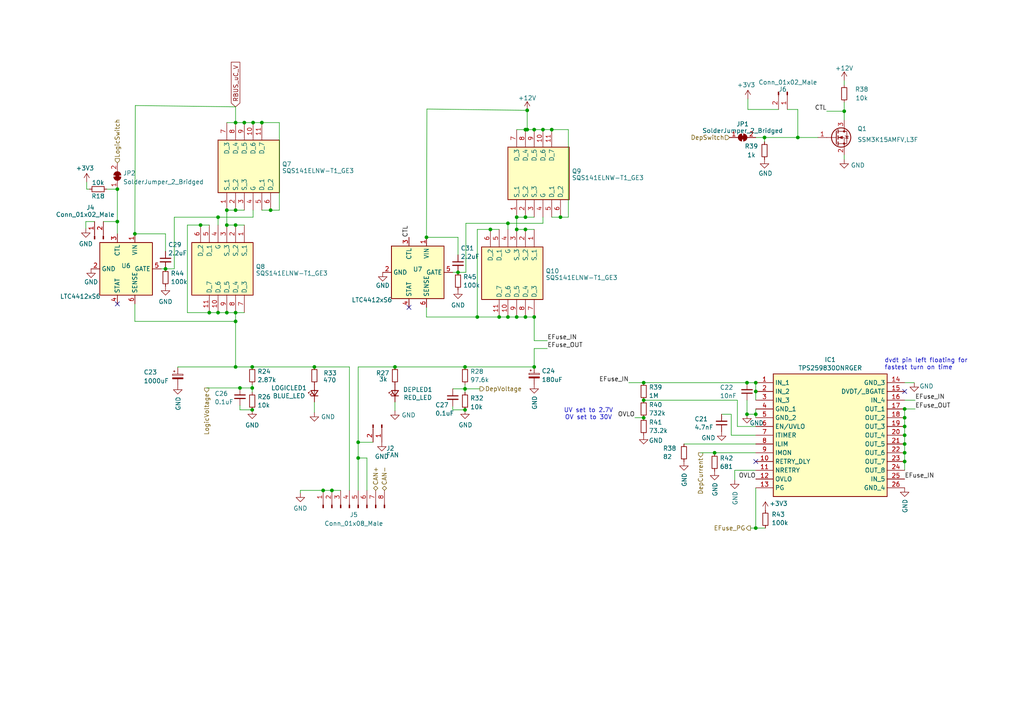
<source format=kicad_sch>
(kicad_sch (version 20231120) (generator "eeschema") (generator_version "8.0")
  (paper "A4")
  (lib_symbols
    (symbol "+3V3_1" (power) (pin_numbers hide) (pin_names (offset 0) hide)
      (property "Value" "+3V3" (at 0 3.556 0))
      (symbol "+3V3_1_0_1"
        (polyline (pts (xy -0.762 1.27) (xy 0 2.54)))
        (polyline (pts (xy 0 0) (xy 0 2.54)))
        (polyline (pts (xy 0 2.54) (xy 0.762 1.27)))
      )
      (symbol "+3V3_1_1_1"
        (pin power_in line (at 0 0 90) (length 0) (name "~") (number "1"))
      )
    )
    (symbol "Connector:Conn_01x02_Male" (pin_names (offset 1.016) hide)
      (property "Reference" "J" (at 0 2.54 0))
      (property "Value" "Conn_01x02_Male" (at 0 -5.08 0))
      (symbol "Conn_01x02_Male_1_1"
        (polyline (pts (xy 1.27 -2.54) (xy 0.8636 -2.54)) (stroke (width 0.1524)))
        (polyline (pts (xy 1.27 0) (xy 0.8636 0)) (stroke (width 0.1524)))
        (rectangle (start 0.8636 -2.413) (end 0 -2.667) (stroke (width 0.1524)) (fill (type outline)))
        (rectangle (start 0.8636 0.127) (end 0 -0.127) (stroke (width 0.1524)) (fill (type outline)))
        (pin passive line (at 5.08 0 180) (length 3.81) (name "Pin_1") (number "1"))
        (pin passive line (at 5.08 -2.54 180) (length 3.81) (name "Pin_2") (number "2"))
      )
    )
    (symbol "Connector:Conn_01x02_Pin" (pin_names (offset 1.016) hide)
      (property "Reference" "J" (at 0 2.54 0))
      (property "Value" "Conn_01x02_Pin" (at 0 -5.08 0))
      (symbol "Conn_01x02_Pin_1_1"
        (polyline (pts (xy 1.27 -2.54) (xy 0.8636 -2.54)) (stroke (width 0.1524)))
        (polyline (pts (xy 1.27 0) (xy 0.8636 0)) (stroke (width 0.1524)))
        (rectangle (start 0.8636 -2.413) (end 0 -2.667) (stroke (width 0.1524)) (fill (type outline)))
        (rectangle (start 0.8636 0.127) (end 0 -0.127) (stroke (width 0.1524)) (fill (type outline)))
        (pin passive line (at 5.08 0 180) (length 3.81) (name "Pin_1") (number "1"))
        (pin passive line (at 5.08 -2.54 180) (length 3.81) (name "Pin_2") (number "2"))
      )
    )
    (symbol "Connector:Conn_01x08_Male" (pin_names (offset 1.016) hide)
      (property "Reference" "J" (at 0 10.16 0))
      (property "Value" "Conn_01x08_Male" (at 0 -12.7 0))
      (symbol "Conn_01x08_Male_1_1"
        (polyline (pts (xy 1.27 -10.16) (xy 0.8636 -10.16)) (stroke (width 0.1524)))
        (polyline (pts (xy 1.27 -7.62) (xy 0.8636 -7.62)) (stroke (width 0.1524)))
        (polyline (pts (xy 1.27 -5.08) (xy 0.8636 -5.08)) (stroke (width 0.1524)))
        (polyline (pts (xy 1.27 -2.54) (xy 0.8636 -2.54)) (stroke (width 0.1524)))
        (polyline (pts (xy 1.27 0) (xy 0.8636 0)) (stroke (width 0.1524)))
        (polyline (pts (xy 1.27 2.54) (xy 0.8636 2.54)) (stroke (width 0.1524)))
        (polyline (pts (xy 1.27 5.08) (xy 0.8636 5.08)) (stroke (width 0.1524)))
        (polyline (pts (xy 1.27 7.62) (xy 0.8636 7.62)) (stroke (width 0.1524)))
        (rectangle (start 0.8636 -10.033) (end 0 -10.287) (stroke (width 0.1524)) (fill (type outline)))
        (rectangle (start 0.8636 -7.493) (end 0 -7.747) (stroke (width 0.1524)) (fill (type outline)))
        (rectangle (start 0.8636 -4.953) (end 0 -5.207) (stroke (width 0.1524)) (fill (type outline)))
        (rectangle (start 0.8636 -2.413) (end 0 -2.667) (stroke (width 0.1524)) (fill (type outline)))
        (rectangle (start 0.8636 0.127) (end 0 -0.127) (stroke (width 0.1524)) (fill (type outline)))
        (rectangle (start 0.8636 2.667) (end 0 2.413) (stroke (width 0.1524)) (fill (type outline)))
        (rectangle (start 0.8636 5.207) (end 0 4.953) (stroke (width 0.1524)) (fill (type outline)))
        (rectangle (start 0.8636 7.747) (end 0 7.493) (stroke (width 0.1524)) (fill (type outline)))
        (pin passive line (at 5.08 7.62 180) (length 3.81) (name "Pin_1") (number "1"))
        (pin passive line (at 5.08 5.08 180) (length 3.81) (name "Pin_2") (number "2"))
        (pin passive line (at 5.08 2.54 180) (length 3.81) (name "Pin_3") (number "3"))
        (pin passive line (at 5.08 0 180) (length 3.81) (name "Pin_4") (number "4"))
        (pin passive line (at 5.08 -2.54 180) (length 3.81) (name "Pin_5") (number "5"))
        (pin passive line (at 5.08 -5.08 180) (length 3.81) (name "Pin_6") (number "6"))
        (pin passive line (at 5.08 -7.62 180) (length 3.81) (name "Pin_7") (number "7"))
        (pin passive line (at 5.08 -10.16 180) (length 3.81) (name "Pin_8") (number "8"))
      )
    )
    (symbol "Device:C_Polarized_Small" (pin_numbers hide) (pin_names (offset 0.254) hide)
      (property "Reference" "C" (at 0.254 1.778 0))
      (property "Value" "C_Polarized_Small" (at 0.254 -2.032 0))
      (symbol "C_Polarized_Small_0_1"
        (rectangle (start -1.524 -0.3048) (end 1.524 -0.6858) (fill (type outline)))
        (rectangle (start -1.524 0.6858) (end 1.524 0.3048))
        (polyline (pts (xy -1.27 1.524) (xy -0.762 1.524)))
        (polyline (pts (xy -1.016 1.27) (xy -1.016 1.778)))
      )
      (symbol "C_Polarized_Small_1_1"
        (pin passive line (at 0 2.54 270) (length 1.8542) (name "~") (number "1"))
        (pin passive line (at 0 -2.54 90) (length 1.8542) (name "~") (number "2"))
      )
    )
    (symbol "Device:C_Small" (pin_numbers hide) (pin_names (offset 0.254) hide)
      (property "Reference" "C" (at 0.254 1.778 0))
      (property "Value" "C_Small" (at 0.254 -2.032 0))
      (symbol "C_Small_0_1"
        (polyline (pts (xy -1.524 -0.508) (xy 1.524 -0.508)) (stroke (width 0.3302)))
        (polyline (pts (xy -1.524 0.508) (xy 1.524 0.508)) (stroke (width 0.3048)))
      )
      (symbol "C_Small_1_1"
        (pin passive line (at 0 2.54 270) (length 2.032) (name "~") (number "1"))
        (pin passive line (at 0 -2.54 90) (length 2.032) (name "~") (number "2"))
      )
    )
    (symbol "Device:LED_Small" (pin_numbers hide) (pin_names (offset 0.254) hide)
      (property "Reference" "D" (at -1.27 3.175 0))
      (property "Value" "LED_Small" (at -4.445 -2.54 0))
      (symbol "LED_Small_0_1"
        (polyline (pts (xy -0.762 -1.016) (xy -0.762 1.016)) (stroke (width 0.254)))
        (polyline (pts (xy 1.016 0) (xy -0.762 0)))
        (polyline (pts (xy 0.762 -1.016) (xy -0.762 0) (xy 0.762 1.016) (xy 0.762 -1.016)) (stroke (width 0.254)))
        (polyline (pts (xy 0 0.762) (xy -0.508 1.27) (xy -0.254 1.27) (xy -0.508 1.27) (xy -0.508 1.016)))
        (polyline (pts (xy 0.508 1.27) (xy 0 1.778) (xy 0.254 1.778) (xy 0 1.778) (xy 0 1.524)))
      )
      (symbol "LED_Small_1_1"
        (pin passive line (at -2.54 0 0) (length 1.778) (name "K") (number "1"))
        (pin passive line (at 2.54 0 180) (length 1.778) (name "A") (number "2"))
      )
    )
    (symbol "Device:Q_NMOS_GSD" (pin_names (offset 0) hide)
      (property "Reference" "Q" (at 5.08 1.27 0))
      (property "Value" "Q_NMOS_GSD" (at 5.08 -1.27 0))
      (symbol "Q_NMOS_GSD_0_1"
        (polyline (pts (xy 0.254 0) (xy -2.54 0)))
        (polyline (pts (xy 0.254 1.905) (xy 0.254 -1.905)) (stroke (width 0.254)))
        (polyline (pts (xy 0.762 -1.27) (xy 0.762 -2.286)) (stroke (width 0.254)))
        (polyline (pts (xy 0.762 0.508) (xy 0.762 -0.508)) (stroke (width 0.254)))
        (polyline (pts (xy 0.762 2.286) (xy 0.762 1.27)) (stroke (width 0.254)))
        (polyline (pts (xy 2.54 2.54) (xy 2.54 1.778)))
        (polyline (pts (xy 2.54 -2.54) (xy 2.54 0) (xy 0.762 0)))
        (polyline (pts (xy 0.762 -1.778) (xy 3.302 -1.778) (xy 3.302 1.778) (xy 0.762 1.778)))
        (polyline (pts (xy 1.016 0) (xy 2.032 0.381) (xy 2.032 -0.381) (xy 1.016 0)) (fill (type outline)))
        (polyline (pts (xy 2.794 0.508) (xy 2.921 0.381) (xy 3.683 0.381) (xy 3.81 0.254)))
        (polyline (pts (xy 3.302 0.381) (xy 2.921 -0.254) (xy 3.683 -0.254) (xy 3.302 0.381)))
        (circle (center 1.651 0) (radius 2.794) (stroke (width 0.254)))
        (circle (center 2.54 -1.778) (radius 0.254) (fill (type outline)))
        (circle (center 2.54 1.778) (radius 0.254) (fill (type outline)))
      )
      (symbol "Q_NMOS_GSD_1_1"
        (pin input line (at -5.08 0 0) (length 2.54) (name "G") (number "1"))
        (pin passive line (at 2.54 -5.08 90) (length 2.54) (name "S") (number "2"))
        (pin passive line (at 2.54 5.08 270) (length 2.54) (name "D") (number "3"))
      )
    )
    (symbol "Device:R_Small" (pin_numbers hide) (pin_names (offset 0.254) hide)
      (property "Reference" "R" (at 0.762 0.508 0))
      (property "Value" "R_Small" (at 0.762 -1.016 0))
      (symbol "R_Small_0_1"
        (rectangle (start -0.762 1.778) (end 0.762 -1.778) (stroke (width 0.2032)))
      )
      (symbol "R_Small_1_1"
        (pin passive line (at 0 2.54 270) (length 0.762) (name "~") (number "1"))
        (pin passive line (at 0 -2.54 90) (length 0.762) (name "~") (number "2"))
      )
    )
    (symbol "GND_1" (power) (pin_names (offset 0))
      (property "Value" "GND_1" (at 0 -3.81 0))
      (symbol "GND_1_0_1"
        (polyline (pts (xy 0 0) (xy 0 -1.27) (xy 1.27 -1.27) (xy 0 -2.54) (xy -1.27 -1.27) (xy 0 -1.27)))
      )
      (symbol "GND_1_1_1"
        (pin power_in line (at 0 0 270) (length 0) hide (name "GND") (number "1"))
      )
    )
    (symbol "Jumper:SolderJumper_2_Bridged" (pin_names (offset 0) hide)
      (property "Reference" "JP" (at 0 2.032 0))
      (property "Value" "SolderJumper_2_Bridged" (at 0 -2.54 0))
      (symbol "SolderJumper_2_Bridged_0_1"
        (rectangle (start -0.508 0.508) (end 0.508 -0.508) (fill (type outline)))
        (arc (start -0.254 1.016) (mid -1.2656 0) (end -0.254 -1.016))
        (arc (start -0.254 1.016) (mid -1.2656 0) (end -0.254 -1.016) (fill (type outline)))
        (polyline (pts (xy -0.254 1.016) (xy -0.254 -1.016)))
        (polyline (pts (xy 0.254 1.016) (xy 0.254 -1.016)))
        (arc (start 0.254 -1.016) (mid 1.2656 0) (end 0.254 1.016))
        (arc (start 0.254 -1.016) (mid 1.2656 0) (end 0.254 1.016) (fill (type outline)))
      )
      (symbol "SolderJumper_2_Bridged_1_1"
        (pin passive line (at -3.81 0 0) (length 2.54) (name "A") (number "1"))
        (pin passive line (at 3.81 0 180) (length 2.54) (name "B") (number "2"))
      )
    )
    (symbol "Power_Management:LTC4412xS6"
      (property "Reference" "U" (at -6.35 8.89 0))
      (property "Value" "LTC4412xS6" (at 6.35 8.89 0))
      (symbol "LTC4412xS6_0_1"
        (rectangle (start -7.62 7.62) (end 7.62 -7.62) (stroke (width 0.254)) (fill (type background)))
      )
      (symbol "LTC4412xS6_1_1"
        (pin power_in line (at -10.16 2.54 0) (length 2.54) (name "VIN") (number "1"))
        (pin power_in line (at 0 -10.16 90) (length 2.54) (name "GND") (number "2"))
        (pin input line (at -10.16 -2.54 0) (length 2.54) (name "CTL") (number "3"))
        (pin open_collector line (at 10.16 -2.54 180) (length 2.54) (name "STAT") (number "4"))
        (pin output line (at 0 10.16 270) (length 2.54) (name "GATE") (number "5"))
        (pin input line (at 10.16 2.54 180) (length 2.54) (name "SENSE") (number "6"))
      )
    )
    (symbol "iclr:SQS141ELNW-T1_GE3"
      (property "Reference" "Q" (at 21.59 7.62 0))
      (property "Value" "SQS141ELNW-T1_GE3" (at 21.59 5.08 0))
      (symbol "SQS141ELNW-T1_GE3_1_1"
        (rectangle (start 5.08 2.54) (end 20.32 -15.24) (stroke (width 0.254)) (fill (type background)))
        (pin passive line (at 0 0 0) (length 5.08) (name "S_1") (number "1"))
        (pin passive line (at 25.4 -7.62 180) (length 5.08) (name "D_6") (number "10"))
        (pin passive line (at 25.4 -10.16 180) (length 5.08) (name "D_7") (number "11"))
        (pin passive line (at 0 -2.54 0) (length 5.08) (name "S_2") (number "2"))
        (pin passive line (at 0 -5.08 0) (length 5.08) (name "S_3") (number "3"))
        (pin passive line (at 0 -7.62 0) (length 5.08) (name "G") (number "4"))
        (pin passive line (at 0 -10.16 0) (length 5.08) (name "D_1") (number "5"))
        (pin passive line (at 0 -12.7 0) (length 5.08) (name "D_2") (number "6"))
        (pin passive line (at 25.4 0 180) (length 5.08) (name "D_3") (number "7"))
        (pin passive line (at 25.4 -2.54 180) (length 5.08) (name "D_4") (number "8"))
        (pin passive line (at 25.4 -5.08 180) (length 5.08) (name "D_5") (number "9"))
      )
    )
    (symbol "iclr:TPS259830ONRGER"
      (property "Reference" "IC" (at 39.37 7.62 0))
      (property "Value" "TPS259830ONRGER" (at 39.37 5.08 0))
      (symbol "TPS259830ONRGER_1_1"
        (rectangle (start 5.08 2.54) (end 38.1 -33.02) (stroke (width 0.254)) (fill (type background)))
        (pin passive line (at 0 0 0) (length 5.08) (name "IN_1") (number "1"))
        (pin passive line (at 0 -22.86 0) (length 5.08) (name "RETRY_DLY") (number "10"))
        (pin passive line (at 0 -25.4 0) (length 5.08) (name "NRETRY") (number "11"))
        (pin passive line (at 0 -27.94 0) (length 5.08) (name "OVLO") (number "12"))
        (pin passive line (at 0 -30.48 0) (length 5.08) (name "PG") (number "13"))
        (pin passive line (at 43.18 0 180) (length 5.08) (name "GND_3") (number "14"))
        (pin passive line (at 43.18 -2.54 180) (length 5.08) (name "DVDT/_BGATE") (number "15"))
        (pin passive line (at 43.18 -5.08 180) (length 5.08) (name "IN_4") (number "16"))
        (pin passive line (at 43.18 -7.62 180) (length 5.08) (name "OUT_1") (number "17"))
        (pin passive line (at 43.18 -10.16 180) (length 5.08) (name "OUT_2") (number "18"))
        (pin passive line (at 43.18 -12.7 180) (length 5.08) (name "OUT_3") (number "19"))
        (pin passive line (at 0 -2.54 0) (length 5.08) (name "IN_2") (number "2"))
        (pin passive line (at 43.18 -15.24 180) (length 5.08) (name "OUT_4") (number "20"))
        (pin passive line (at 43.18 -17.78 180) (length 5.08) (name "OUT_5") (number "21"))
        (pin passive line (at 43.18 -20.32 180) (length 5.08) (name "OUT_6") (number "22"))
        (pin passive line (at 43.18 -22.86 180) (length 5.08) (name "OUT_7") (number "23"))
        (pin passive line (at 43.18 -25.4 180) (length 5.08) (name "OUT_8") (number "24"))
        (pin passive line (at 43.18 -27.94 180) (length 5.08) (name "IN_5") (number "25"))
        (pin passive line (at 43.18 -30.48 180) (length 5.08) (name "GND_4") (number "26"))
        (pin passive line (at 0 -5.08 0) (length 5.08) (name "IN_3") (number "3"))
        (pin passive line (at 0 -7.62 0) (length 5.08) (name "GND_1") (number "4"))
        (pin passive line (at 0 -10.16 0) (length 5.08) (name "GND_2") (number "5"))
        (pin passive line (at 0 -12.7 0) (length 5.08) (name "EN/UVLO") (number "6"))
        (pin passive line (at 0 -15.24 0) (length 5.08) (name "ITIMER") (number "7"))
        (pin passive line (at 0 -17.78 0) (length 5.08) (name "ILIM") (number "8"))
        (pin passive line (at 0 -20.32 0) (length 5.08) (name "IMON") (number "9"))
      )
    )
    (symbol "power:+12V" (power) (pin_names (offset 0))
      (property "Value" "+12V" (at 0 3.556 0))
      (symbol "+12V_0_1"
        (polyline (pts (xy -0.762 1.27) (xy 0 2.54)))
        (polyline (pts (xy 0 0) (xy 0 2.54)))
        (polyline (pts (xy 0 2.54) (xy 0.762 1.27)))
      )
      (symbol "+12V_1_1"
        (pin power_in line (at 0 0 90) (length 0) hide (name "+12V") (number "1"))
      )
    )
    (symbol "power:+3V3" (power) (pin_names (offset 0))
      (property "Value" "+3V3" (at 0 3.556 0))
      (symbol "+3V3_0_1"
        (polyline (pts (xy -0.762 1.27) (xy 0 2.54)))
        (polyline (pts (xy 0 0) (xy 0 2.54)))
        (polyline (pts (xy 0 2.54) (xy 0.762 1.27)))
      )
      (symbol "+3V3_1_1"
        (pin power_in line (at 0 0 90) (length 0) hide (name "+3V3") (number "1"))
      )
    )
    (symbol "power:GND" (power) (pin_names (offset 0))
      (property "Value" "GND" (at 0 -3.81 0))
      (symbol "GND_0_1"
        (polyline (pts (xy 0 0) (xy 0 -1.27) (xy 1.27 -1.27) (xy 0 -2.54) (xy -1.27 -1.27) (xy 0 -1.27)))
      )
      (symbol "GND_1_1"
        (pin power_in line (at 0 0 270) (length 0) hide (name "GND") (number "1"))
      )
    )
  )
  (junction (at 152.4 91.948))
  (junction (at 216.662 120.142))
  (junction (at 65.786 65.278))
  (junction (at 149.86 91.948))
  (junction (at 103.886 128.27))
  (junction (at 262.382 121.158))
  (junction (at 186.69 121.158))
  (junction (at 68.326 90.678))
  (junction (at 69.596 112.522))
  (junction (at 114.554 106.426))
  (junction (at 68.326 65.278))
  (junction (at 157.48 37.592))
  (junction (at 39.116 67.818))
  (junction (at 68.326 35.56))
  (junction (at 63.246 62.992))
  (junction (at 58.166 65.278))
  (junction (at 262.382 118.618))
  (junction (at 103.886 132.842))
  (junction (at 123.698 68.834))
  (junction (at 48.006 77.978))
  (junction (at 152.4 37.592))
  (junction (at 262.382 126.238))
  (junction (at 152.908 32.004))
  (junction (at 154.94 106.426))
  (junction (at 73.152 112.522))
  (junction (at 34.036 64.262))
  (junction (at 63.246 90.678))
  (junction (at 262.382 128.778))
  (junction (at 262.382 131.318))
  (junction (at 262.382 123.698))
  (junction (at 147.32 91.948))
  (junction (at 142.24 66.548))
  (junction (at 60.706 90.678))
  (junction (at 134.874 106.426))
  (junction (at 65.786 60.96))
  (junction (at 216.662 110.998))
  (junction (at 144.78 91.948))
  (junction (at 231.394 39.878))
  (junction (at 244.856 32.258))
  (junction (at 160.02 37.592))
  (junction (at 34.036 54.864))
  (junction (at 219.202 113.538))
  (junction (at 70.866 35.56))
  (junction (at 152.4 62.992))
  (junction (at 219.202 110.998))
  (junction (at 221.742 39.878))
  (junction (at 134.874 112.776))
  (junction (at 134.874 118.872))
  (junction (at 219.202 120.142))
  (junction (at 152.4 66.548))
  (junction (at 73.406 35.56))
  (junction (at 68.326 106.426))
  (junction (at 147.32 64.77))
  (junction (at 186.69 110.998))
  (junction (at 152.908 37.592))
  (junction (at 149.86 62.992))
  (junction (at 93.726 142.24))
  (junction (at 138.43 91.948))
  (junction (at 132.842 78.994))
  (junction (at 154.94 91.948))
  (junction (at 162.56 62.992))
  (junction (at 65.786 90.678))
  (junction (at 68.326 93.218))
  (junction (at 96.266 142.24))
  (junction (at 75.946 35.56))
  (junction (at 207.264 131.318))
  (junction (at 219.202 153.162))
  (junction (at 73.152 106.426))
  (junction (at 91.186 106.426))
  (junction (at 78.486 60.96))
  (junction (at 68.326 60.96))
  (junction (at 154.94 37.592))
  (junction (at 149.86 66.548))
  (junction (at 262.382 133.858))
  (junction (at 73.152 118.872))
  (junction (at 186.69 116.078))
  (no_connect (at 34.036 88.138))
  (no_connect (at 118.618 89.154))
  (no_connect (at 219.202 133.858))
  (no_connect (at 262.382 113.538))
  (wire (pts (xy 54.356 65.278) (xy 58.166 65.278)))
  (wire (pts (xy 152.908 32.004) (xy 152.908 37.592)))
  (wire (pts (xy 228.346 31.75) (xy 231.394 31.75)))
  (wire (pts (xy 198.374 128.778) (xy 219.202 128.778)))
  (wire (pts (xy 152.4 37.592) (xy 152.908 37.592)))
  (wire (pts (xy 39.243 30.607) (xy 68.326 30.988)))
  (wire (pts (xy 219.202 131.318) (xy 207.264 131.318)))
  (wire (pts (xy 98.806 142.24) (xy 96.266 142.24)))
  (wire (pts (xy 219.202 141.478) (xy 219.202 153.162)))
  (wire (pts (xy 131.318 118.872) (xy 134.874 118.872)))
  (wire (pts (xy 24.892 64.262) (xy 27.432 64.262)))
  (wire (pts (xy 25.146 54.864) (xy 25.146 52.832)))
  (wire (pts (xy 219.202 153.162) (xy 221.996 153.162)))
  (wire (pts (xy 75.946 60.96) (xy 78.486 60.96)))
  (wire (pts (xy 244.856 24.638) (xy 244.856 23.368)))
  (wire (pts (xy 149.86 37.592) (xy 152.4 37.592)))
  (wire (pts (xy 63.246 90.678) (xy 65.786 90.678)))
  (wire (pts (xy 46.736 77.978) (xy 48.006 77.978)))
  (wire (pts (xy 209.296 120.142) (xy 212.09 120.142)))
  (wire (pts (xy 87.122 142.24) (xy 87.122 143.002)))
  (wire (pts (xy 219.202 113.538) (xy 219.202 116.078)))
  (wire (pts (xy 164.846 62.992) (xy 164.846 37.592)))
  (wire (pts (xy 132.842 73.914) (xy 132.842 68.834)))
  (wire (pts (xy 182.372 110.998) (xy 186.69 110.998)))
  (wire (pts (xy 219.202 110.998) (xy 219.202 113.538)))
  (wire (pts (xy 216.662 116.078) (xy 216.662 120.142)))
  (wire (pts (xy 65.786 60.96) (xy 68.326 60.96)))
  (wire (pts (xy 93.726 142.24) (xy 87.122 142.24)))
  (wire (pts (xy 262.382 128.778) (xy 262.382 131.318)))
  (wire (pts (xy 63.246 62.992) (xy 73.406 62.992)))
  (wire (pts (xy 25.908 54.864) (xy 25.146 54.864)))
  (wire (pts (xy 212.09 126.238) (xy 219.202 126.238)))
  (wire (pts (xy 103.886 132.842) (xy 103.886 142.24)))
  (wire (pts (xy 147.32 91.948) (xy 149.86 91.948)))
  (wire (pts (xy 73.406 35.56) (xy 75.946 35.56)))
  (wire (pts (xy 81.026 35.56) (xy 81.026 60.96)))
  (wire (pts (xy 68.326 106.426) (xy 73.152 106.426)))
  (wire (pts (xy 217.678 153.162) (xy 219.202 153.162)))
  (wire (pts (xy 262.382 116.078) (xy 265.43 116.078)))
  (wire (pts (xy 219.202 120.142) (xy 219.202 121.158)))
  (wire (pts (xy 134.874 111.506) (xy 134.874 112.776)))
  (wire (pts (xy 231.394 31.75) (xy 231.394 39.878)))
  (wire (pts (xy 114.554 116.586) (xy 114.554 119.126)))
  (wire (pts (xy 114.554 106.426) (xy 103.886 106.426)))
  (wire (pts (xy 152.4 62.992) (xy 154.94 62.992)))
  (wire (pts (xy 231.394 39.878) (xy 237.236 39.878)))
  (wire (pts (xy 75.946 35.56) (xy 81.026 35.56)))
  (wire (pts (xy 68.326 60.96) (xy 70.866 60.96)))
  (wire (pts (xy 262.382 123.698) (xy 262.382 126.238)))
  (wire (pts (xy 213.868 123.698) (xy 213.868 116.078)))
  (wire (pts (xy 216.662 120.142) (xy 219.202 120.142)))
  (wire (pts (xy 60.706 90.678) (xy 63.246 90.678)))
  (wire (pts (xy 149.86 62.992) (xy 149.86 66.548)))
  (wire (pts (xy 147.32 64.77) (xy 135.128 64.77)))
  (wire (pts (xy 154.94 91.948) (xy 154.94 98.806)))
  (wire (pts (xy 262.382 118.618) (xy 262.382 121.158)))
  (wire (pts (xy 65.786 90.678) (xy 68.326 90.678)))
  (wire (pts (xy 219.202 123.698) (xy 213.868 123.698)))
  (wire (pts (xy 152.4 91.948) (xy 154.94 91.948)))
  (wire (pts (xy 68.326 35.56) (xy 70.866 35.56)))
  (wire (pts (xy 50.546 77.978) (xy 50.546 62.992)))
  (wire (pts (xy 54.356 65.278) (xy 54.356 90.678)))
  (wire (pts (xy 262.382 133.858) (xy 262.382 136.398)))
  (wire (pts (xy 160.02 62.992) (xy 162.56 62.992)))
  (wire (pts (xy 54.356 90.678) (xy 60.706 90.678)))
  (wire (pts (xy 48.006 77.978) (xy 50.546 77.978)))
  (wire (pts (xy 78.486 60.96) (xy 81.026 60.96)))
  (wire (pts (xy 106.426 132.842) (xy 106.426 142.24)))
  (wire (pts (xy 96.266 142.24) (xy 93.726 142.24)))
  (wire (pts (xy 154.94 98.806) (xy 158.75 98.806)))
  (wire (pts (xy 24.892 66.294) (xy 24.892 64.262)))
  (wire (pts (xy 157.48 37.592) (xy 160.02 37.592)))
  (wire (pts (xy 63.246 65.278) (xy 63.246 62.992)))
  (wire (pts (xy 149.86 62.992) (xy 152.4 62.992)))
  (wire (pts (xy 69.596 117.602) (xy 69.596 118.872)))
  (wire (pts (xy 91.186 106.426) (xy 73.152 106.426)))
  (wire (pts (xy 134.874 112.776) (xy 134.874 113.792)))
  (wire (pts (xy 186.69 110.998) (xy 216.662 110.998)))
  (wire (pts (xy 68.326 93.218) (xy 68.326 106.426)))
  (wire (pts (xy 68.326 30.988) (xy 68.326 35.56)))
  (wire (pts (xy 149.86 91.948) (xy 152.4 91.948)))
  (wire (pts (xy 114.554 106.426) (xy 134.874 106.426)))
  (wire (pts (xy 123.698 89.154) (xy 123.698 91.948)))
  (wire (pts (xy 160.02 37.592) (xy 164.846 37.592)))
  (wire (pts (xy 51.562 106.68) (xy 51.562 106.426)))
  (wire (pts (xy 244.856 46.228) (xy 244.856 44.958)))
  (wire (pts (xy 262.382 118.618) (xy 265.43 118.618)))
  (wire (pts (xy 103.886 132.842) (xy 106.426 132.842)))
  (wire (pts (xy 58.166 65.278) (xy 60.706 65.278)))
  (wire (pts (xy 221.742 41.148) (xy 221.742 39.878)))
  (wire (pts (xy 216.916 28.702) (xy 216.916 31.75)))
  (wire (pts (xy 262.382 126.238) (xy 262.382 128.778)))
  (wire (pts (xy 138.43 91.948) (xy 144.78 91.948)))
  (wire (pts (xy 152.4 66.548) (xy 154.94 66.548)))
  (wire (pts (xy 157.48 64.77) (xy 157.48 62.992)))
  (wire (pts (xy 221.742 39.878) (xy 231.394 39.878)))
  (wire (pts (xy 262.382 131.318) (xy 262.382 133.858)))
  (wire (pts (xy 212.09 120.142) (xy 212.09 126.238)))
  (wire (pts (xy 138.43 66.548) (xy 138.43 91.948)))
  (wire (pts (xy 101.346 106.426) (xy 91.186 106.426)))
  (wire (pts (xy 131.318 112.776) (xy 134.874 112.776)))
  (wire (pts (xy 70.866 35.56) (xy 73.406 35.56)))
  (wire (pts (xy 147.32 66.548) (xy 147.32 64.77)))
  (wire (pts (xy 48.006 72.898) (xy 48.006 67.818)))
  (wire (pts (xy 213.106 136.398) (xy 213.106 139.192)))
  (wire (pts (xy 216.662 110.998) (xy 219.202 110.998)))
  (wire (pts (xy 154.94 101.092) (xy 158.75 101.092)))
  (wire (pts (xy 207.264 131.318) (xy 207.264 131.572)))
  (wire (pts (xy 73.152 111.506) (xy 73.152 112.522)))
  (wire (pts (xy 203.2 131.318) (xy 207.264 131.318)))
  (wire (pts (xy 123.698 91.948) (xy 138.43 91.948)))
  (wire (pts (xy 91.186 116.586) (xy 91.186 119.634)))
  (wire (pts (xy 144.78 66.548) (xy 142.24 66.548)))
  (wire (pts (xy 154.94 37.592) (xy 157.48 37.592)))
  (wire (pts (xy 30.988 54.864) (xy 34.036 54.864)))
  (wire (pts (xy 132.842 78.994) (xy 135.128 78.994)))
  (wire (pts (xy 34.036 54.864) (xy 34.036 64.262)))
  (wire (pts (xy 219.202 118.618) (xy 219.202 120.142)))
  (wire (pts (xy 68.326 90.678) (xy 70.866 90.678)))
  (wire (pts (xy 65.786 35.56) (xy 68.326 35.56)))
  (wire (pts (xy 39.116 93.218) (xy 39.116 88.138)))
  (wire (pts (xy 69.596 118.872) (xy 73.152 118.872)))
  (wire (pts (xy 103.886 128.27) (xy 108.204 128.27)))
  (wire (pts (xy 132.842 68.834) (xy 123.698 68.834)))
  (wire (pts (xy 39.116 67.818) (xy 39.243 30.607)))
  (wire (pts (xy 101.346 106.426) (xy 101.346 142.24)))
  (wire (pts (xy 73.406 62.992) (xy 73.406 60.96)))
  (wire (pts (xy 48.006 67.818) (xy 39.116 67.818)))
  (wire (pts (xy 219.202 136.398) (xy 213.106 136.398)))
  (wire (pts (xy 262.382 110.998) (xy 265.176 110.998)))
  (wire (pts (xy 103.886 128.27) (xy 103.886 132.842)))
  (wire (pts (xy 244.856 29.718) (xy 244.856 32.258)))
  (wire (pts (xy 65.786 60.96) (xy 65.786 65.278)))
  (wire (pts (xy 123.825 31.623) (xy 152.908 32.004)))
  (wire (pts (xy 123.698 68.834) (xy 123.825 31.623)))
  (wire (pts (xy 69.596 112.522) (xy 73.152 112.522)))
  (wire (pts (xy 262.382 121.158) (xy 262.382 123.698)))
  (wire (pts (xy 154.94 106.426) (xy 134.874 106.426)))
  (wire (pts (xy 219.202 39.878) (xy 221.742 39.878)))
  (wire (pts (xy 244.856 34.798) (xy 244.856 32.258)))
  (wire (pts (xy 39.116 93.218) (xy 68.326 93.218)))
  (wire (pts (xy 142.24 66.548) (xy 138.43 66.548)))
  (wire (pts (xy 135.128 64.77) (xy 135.128 78.994)))
  (wire (pts (xy 103.886 106.426) (xy 103.886 128.27)))
  (wire (pts (xy 152.908 37.592) (xy 154.94 37.592)))
  (wire (pts (xy 131.318 78.994) (xy 132.842 78.994)))
  (wire (pts (xy 239.776 32.258) (xy 244.856 32.258)))
  (wire (pts (xy 144.78 91.948) (xy 147.32 91.948)))
  (wire (pts (xy 131.318 117.856) (xy 131.318 118.872)))
  (wire (pts (xy 162.56 62.992) (xy 164.846 62.992)))
  (wire (pts (xy 186.69 116.078) (xy 213.868 116.078)))
  (wire (pts (xy 34.036 64.262) (xy 34.036 67.818)))
  (wire (pts (xy 184.15 121.158) (xy 186.69 121.158)))
  (wire (pts (xy 65.786 65.278) (xy 68.326 65.278)))
  (wire (pts (xy 59.944 112.522) (xy 69.596 112.522)))
  (wire (pts (xy 68.326 90.678) (xy 68.326 93.218)))
  (wire (pts (xy 51.562 106.426) (xy 68.326 106.426)))
  (wire (pts (xy 50.546 62.992) (xy 63.246 62.992)))
  (wire (pts (xy 29.972 64.262) (xy 34.036 64.262)))
  (wire (pts (xy 149.86 66.548) (xy 152.4 66.548)))
  (wire (pts (xy 154.94 106.426) (xy 154.94 101.092)))
  (wire (pts (xy 147.32 64.77) (xy 157.48 64.77)))
  (wire (pts (xy 73.152 112.522) (xy 73.152 113.792)))
  (wire (pts (xy 154.94 106.68) (xy 154.94 106.426)))
  (wire (pts (xy 134.874 112.776) (xy 139.192 112.776)))
  (wire (pts (xy 216.916 31.75) (xy 225.806 31.75)))
  (wire (pts (xy 68.326 65.278) (xy 70.866 65.278)))
  (text "UV set to 2.7V\nOV set to 30V" (at 170.688 120.142 0) (effects (font (size 1.27 1.27))))
  (text "dvdt pin left floating for \nfastest turn on time" (at 256.54 105.664 0) (effects (font (size 1.27 1.27)) (justify left)))
  (label "EFuse_IN" (at 182.372 110.998 180))
  (label "CTL" (at 239.776 32.258 180))
  (label "OVLO" (at 219.202 138.938 180))
  (label "EFuse_OUT" (at 265.43 118.618 0))
  (label "EFuse_OUT" (at 158.75 101.092 0))
  (label "EFuse_IN" (at 262.382 138.938 0))
  (label "OVLO" (at 184.15 121.158 180))
  (label "EFuse_IN" (at 158.75 98.806 0))
  (label "CTL" (at 118.618 68.834 90))
  (label "EFuse_IN" (at 265.43 116.078 0))
  (global_label "RBUS_uC_V" (shape input) (at 68.326 30.988 90) (property "Intersheetrefs" "${INTERSHEET_REFS}" (effects (hide yes))))
  (hierarchical_label "CAN+" (shape bidirectional) (at 108.966 142.24 90))
  (hierarchical_label "EFuse_PG" (shape output) (at 217.678 153.162 180))
  (hierarchical_label "LogicVoltage" (shape output) (at 59.944 112.522 270))
  (hierarchical_label "LogicSwitch" (shape input) (at 34.036 47.244 90))
  (hierarchical_label "CAN-" (shape bidirectional) (at 111.506 142.24 90))
  (hierarchical_label "DepSwitch" (shape input) (at 211.582 39.878 180))
  (hierarchical_label "DepCurrent" (shape output) (at 203.2 131.318 270))
  (hierarchical_label "DepVoltage" (shape output) (at 139.192 112.776 0))
  (symbol (lib_id "power:GND") (at 51.562 111.76 0) (unit 1)
    (property "Reference" "#PWR0154" (effects (hide yes)))
    (property "Value" "GND" (at 51.689 115.0112 90) (effects (justify right)))
  )
  (symbol (lib_id "Connector:Conn_01x02_Male") (at 27.432 69.342 90) (unit 1)
    (property "Reference" "J4" (at 27.432 60.198 90) (effects (justify left)))
    (property "Value" "Conn_01x02_Male" (at 33.274 62.23 90) (effects (justify left)))
    (property "Footprint" "Connector_PinHeader_2.54mm:PinHeader_1x02_P2.54mm_Vertical" (effects (hide yes)))
  )
  (symbol (lib_id "Device:R_Small") (at 244.856 27.178 180) (unit 1)
    (property "Reference" "R38" (at 249.936 25.9111 0))
    (property "Value" "10k" (at 249.936 28.448 0))
    (property "Footprint" "Resistor_SMD:R_0402_1005Metric" (effects (hide yes)))
    (instances (project "Chad" (path "" (reference "R38") (unit 1))) (project "PDU" (path "" (reference "R35") (unit 1))))
  )
  (symbol (lib_id "Jumper:SolderJumper_2_Bridged") (at 34.036 51.054 90) (unit 1)
    (property "Reference" "JP2" (at 35.687 50.2193 90) (effects (justify right)))
    (property "Value" "SolderJumper_2_Bridged" (at 35.687 52.7562 90) (effects (justify right)))
    (property "Footprint" "Jumper:SolderJumper-2_P1.3mm_Bridged_RoundedPad1.0x1.5mm" (effects (hide yes)))
  )
  (symbol (lib_id "Power_Management:LTC4412xS6") (at 36.576 77.978 270) (unit 1)
    (property "Reference" "U6" (at 35.179 77.089 90) (effects (justify left)))
    (property "Value" "LTC4412xS6" (at 17.399 85.979 90) (effects (justify left)))
    (property "Footprint" "Package_TO_SOT_SMD:TSOT-23-6" (effects (hide yes)))
    (property "Datasheet" "https://www.analog.com/media/en/technical-documentation/data-sheets/4412fb.pdf" (effects (hide yes)))
  )
  (symbol (lib_id "Device:C_Small") (at 48.006 75.438 0) (unit 1)
    (property "Reference" "C29" (at 48.768 70.9817 0) (effects (justify left)))
    (property "Value" "2.2uF" (at 48.768 73.406 0) (effects (justify left)))
    (property "Footprint" "Capacitor_SMD:C_0402_1005Metric" (effects (hide yes)))
    (property "Description" "Unpolarized capacitor, small symbol" (effects (hide yes)))
  )
  (symbol (lib_id "Device:R_Small") (at 48.006 80.518 0) (unit 1)
    (property "Reference" "R44" (at 49.5046 79.3058 0) (effects (justify left)))
    (property "Value" "100k" (at 49.5046 81.7301 0) (effects (justify left)))
    (property "Footprint" "Resistor_SMD:R_0402_1005Metric" (effects (hide yes)))
    (property "Description" "Resistor, small symbol" (effects (hide yes)))
  )
  (symbol (lib_id "power:GND") (at 216.662 120.142 0) (unit 1)
    (property "Reference" "#PWR024" (effects (hide yes)))
    (property "Value" "GND" (at 221.488 122.682 0) (effects (justify right)))
  )
  (symbol (lib_id "power:+12V") (at 152.908 32.004 0) (unit 1)
    (property "Reference" "#PWR0151" (effects (hide yes)))
    (property "Value" "+12V" (at 152.908 28.4282 0))
  )
  (symbol (lib_id "Device:R_Small") (at 186.69 123.698 0) (unit 1)
    (property "Reference" "R41" (at 188.1886 122.4858 0) (effects (justify left)))
    (property "Value" "73.2k" (at 188.1886 124.9101 0) (effects (justify left)))
    (property "Footprint" "Capacitor_SMD:C_0402_1005Metric" (effects (hide yes)))
    (property "Description" "Resistor, small symbol" (effects (hide yes)))
  )
  (symbol (lib_id "power:GND") (at 110.998 78.994 0) (unit 1)
    (property "Reference" "#PWR0147" (effects (hide yes)))
    (property "Value" "GND" (at 110.998 82.804 0))
  )
  (symbol (lib_id "power:GND") (at 154.94 111.506 0) (unit 1)
    (property "Reference" "#PWR0152" (effects (hide yes)))
    (property "Value" "GND" (at 155.067 114.7572 90) (effects (justify right)))
  )
  (symbol (lib_id "power:GND") (at 209.296 125.222 0) (unit 1)
    (property "Reference" "#PWR020" (effects (hide yes)))
    (property "Value" "GND" (at 207.518 127 0) (effects (justify right)))
  )
  (symbol (lib_id "Device:R_Small") (at 73.152 108.966 0) (unit 1)
    (property "Reference" "R24" (at 74.6506 107.7538 0) (effects (justify left)))
    (property "Value" "2.87k" (at 74.6506 110.1781 0) (effects (justify left)))
    (property "Footprint" "Resistor_SMD:R_0402_1005Metric" (effects (hide yes)))
  )
  (symbol (lib_id "iclr:SQS141ELNW-T1_GE3") (at 149.86 62.992 90) (unit 1)
    (property "Reference" "Q9" (at 165.862 49.6483 90) (effects (justify right)))
    (property "Value" "SQS141ELNW-T1_GE3" (at 165.862 51.5693 90) (effects (justify right)))
    (property "Footprint" "iclr:SQS850ENT1_GE3" (effects (hide yes)))
    (property "Datasheet" "https://www.mouser.it/ProductDetail/Vishay-Semiconductors/SQS141ELNW-T1_GE3?qs=t7xnP681wgUUJh1P9XVDHQ%3D%3D" (effects (hide yes)))
    (property "Height" "1.12" (effects (hide yes)))
    (property "Manufacturer_Name" "Vishay" (effects (hide yes)))
    (property "Manufacturer_Part_Number" "SQS141ELNW-T1_GE3" (effects (hide yes)))
    (property "Mouser Part Number" "78-SQS141ELNW-T1_GE3" (effects (hide yes)))
    (property "Mouser Price/Stock" "https://www.mouser.co.uk/ProductDetail/Vishay-Semiconductors/SQS141ELNW-T1_GE3?qs=t7xnP681wgUUJh1P9XVDHQ%3D%3D" (effects (hide yes)))
    (property "Arrow Part Number" "SQS141ELNW-T1_GE3" (effects (hide yes)))
    (property "Arrow Price/Stock" "https://www.arrow.com/en/products/sqs141elnw-t1-ge3/vishay?region=nac" (effects (hide yes)))
  )
  (symbol (lib_id "Device:C_Polarized_Small") (at 154.94 108.966 0) (unit 1)
    (property "Reference" "C24" (at 157.099 107.5852 0) (effects (justify left)))
    (property "Value" "180uF" (at 157.099 110.1221 0) (effects (justify left)))
    (property "Footprint" "Capacitor_SMD:CP_Elec_10x10" (effects (hide yes)))
    (property "MPN" "VKME1301H181MV" (effects (hide yes)))
  )
  (symbol (lib_id "Device:R_Small") (at 28.448 54.864 90) (unit 1)
    (property "Reference" "R18" (at 28.448 56.896 90))
    (property "Value" "10k" (at 28.448 52.9645 90))
    (property "Footprint" "Resistor_SMD:R_0402_1005Metric" (effects (hide yes)))
  )
  (symbol (lib_id "Device:R_Small") (at 73.152 116.332 0) (unit 1)
    (property "Reference" "R26" (at 74.6506 115.1198 0) (effects (justify left)))
    (property "Value" "10k" (at 74.6506 117.5441 0) (effects (justify left)))
    (property "Footprint" "Resistor_SMD:R_0402_1005Metric" (effects (hide yes)))
  )
  (symbol (lib_id "power:GND") (at 134.874 118.872 0) (unit 1)
    (property "Reference" "#PWR010" (effects (hide yes)))
    (property "Value" "GND" (at 135.001 123.2662 0))
  )
  (symbol (lib_id "power:GND") (at 207.264 136.652 0) (unit 1)
    (property "Reference" "#PWR018" (effects (hide yes)))
    (property "Value" "GND" (at 207.391 139.9032 90) (effects (justify right)))
  )
  (symbol (lib_id "power:+12V") (at 244.856 23.368 0) (unit 1)
    (property "Reference" "#PWR015" (effects (hide yes)))
    (property "Value" "+12V" (at 244.856 19.7922 0))
  )
  (symbol (lib_id "power:GND") (at 213.106 139.192 0) (unit 1)
    (property "Reference" "#PWR021" (effects (hide yes)))
    (property "Value" "GND" (at 213.233 142.4432 90) (effects (justify right)))
  )
  (symbol (lib_id "power:GND") (at 265.176 110.998 0) (unit 1)
    (property "Reference" "#PWR023" (effects (hide yes)))
    (property "Value" "GND" (at 270.764 112.014 0) (effects (justify right)))
  )
  (symbol (lib_id "Connector:Conn_01x02_Pin") (at 110.744 123.19 270) (unit 1)
    (property "Reference" "J2" (at 112.014 130.048 90) (effects (justify left)))
    (property "Value" "FAN" (at 112.014 131.969 90) (effects (justify left)))
    (property "Footprint" "Connector_PinHeader_2.54mm:PinHeader_1x02_P2.54mm_Vertical" (effects (hide yes)))
  )
  (symbol (lib_id "power:GND") (at 24.892 66.294 0) (unit 1)
    (property "Reference" "#PWR0143" (effects (hide yes)))
    (property "Value" "GND" (at 24.892 70.7374 0))
  )
  (symbol (lib_id "Jumper:SolderJumper_2_Bridged") (at 215.392 39.878 0) (unit 1)
    (property "Reference" "JP1" (at 215.392 35.9791 0))
    (property "Value" "SolderJumper_2_Bridged" (at 215.392 37.9001 0))
    (property "Footprint" "Jumper:SolderJumper-2_P1.3mm_Bridged_RoundedPad1.0x1.5mm" (effects (hide yes)))
  )
  (symbol (lib_id "power:GND") (at 48.006 83.058 0) (unit 1)
    (property "Reference" "#PWR026" (effects (hide yes)))
    (property "Value" "GND" (at 48.006 87.5014 0))
  )
  (symbol (lib_id "Device:C_Small") (at 132.842 76.454 0) (unit 1)
    (property "Reference" "C31" (at 133.604 71.9977 0) (effects (justify left)))
    (property "Value" "2.2uF" (at 133.604 74.422 0) (effects (justify left)))
    (property "Footprint" "Capacitor_SMD:C_0805_2012Metric" (effects (hide yes)))
    (property "Description" "Unpolarized capacitor, small symbol" (effects (hide yes)))
    (property "MPN" "UMK212ABJ225KG-T" (effects (hide yes)))
  )
  (symbol (lib_id "Device:C_Polarized_Small") (at 51.562 109.22 0) (unit 1)
    (property "Reference" "C23" (at 41.656 107.9531 0) (effects (justify left)))
    (property "Value" "1000uF" (at 41.656 110.49 0) (effects (justify left)))
    (property "Footprint" "Capacitor_SMD:CP_Elec_10x10" (effects (hide yes)))
  )
  (symbol (lib_id "power:GND") (at 186.69 126.238 0) (unit 1)
    (property "Reference" "#PWR019" (effects (hide yes)))
    (property "Value" "GND" (at 192.278 127.762 0) (effects (justify right)))
  )
  (symbol (lib_id "iclr:SQS141ELNW-T1_GE3") (at 154.94 66.548 270) (unit 1)
    (property "Reference" "Q10" (at 158.242 78.6043 90) (effects (justify left)))
    (property "Value" "SQS141ELNW-T1_GE3" (at 158.242 80.5253 90) (effects (justify left)))
    (property "Footprint" "iclr:SQS850ENT1_GE3" (effects (hide yes)))
    (property "Datasheet" "https://www.mouser.it/ProductDetail/Vishay-Semiconductors/SQS141ELNW-T1_GE3?qs=t7xnP681wgUUJh1P9XVDHQ%3D%3D" (effects (hide yes)))
    (property "Height" "1.12" (effects (hide yes)))
    (property "Manufacturer_Name" "Vishay" (effects (hide yes)))
    (property "Manufacturer_Part_Number" "SQS141ELNW-T1_GE3" (effects (hide yes)))
    (property "Mouser Part Number" "78-SQS141ELNW-T1_GE3" (effects (hide yes)))
    (property "Mouser Price/Stock" "https://www.mouser.co.uk/ProductDetail/Vishay-Semiconductors/SQS141ELNW-T1_GE3?qs=t7xnP681wgUUJh1P9XVDHQ%3D%3D" (effects (hide yes)))
    (property "Arrow Part Number" "SQS141ELNW-T1_GE3" (effects (hide yes)))
    (property "Arrow Price/Stock" "https://www.arrow.com/en/products/sqs141elnw-t1-ge3/vishay?region=nac" (effects (hide yes)))
  )
  (symbol (lib_id "power:GND") (at 198.374 133.858 0) (unit 1)
    (property "Reference" "#PWR012" (effects (hide yes)))
    (property "Value" "GND" (at 198.501 137.1092 90) (effects (justify right)))
  )
  (symbol (lib_id "Device:R_Small") (at 198.374 131.318 0) (unit 1)
    (property "Reference" "R38" (at 192.278 130.048 0) (effects (justify left)))
    (property "Value" "82" (at 192.278 132.4723 0) (effects (justify left)))
    (property "Footprint" "Capacitor_SMD:C_0402_1005Metric" (effects (hide yes)))
    (property "Description" "Resistor, small symbol" (effects (hide yes)))
  )
  (symbol (lib_id "Device:R_Small") (at 207.264 134.112 0) (unit 1)
    (property "Reference" "R42" (at 208.7626 132.8998 0) (effects (justify left)))
    (property "Value" "681" (at 208.7626 135.3241 0) (effects (justify left)))
    (property "Footprint" "Capacitor_SMD:C_0402_1005Metric" (effects (hide yes)))
    (property "Description" "Resistor, small symbol" (effects (hide yes)))
  )
  (symbol (lib_id "Device:R_Small") (at 114.554 108.966 0) (unit 1)
    (property "Reference" "R27" (at 110.998 108.204 0))
    (property "Value" "3k" (at 111.1504 109.982 0))
    (property "Footprint" "Resistor_SMD:R_0402_1005Metric" (effects (hide yes)))
  )
  (symbol (lib_id "Device:R_Small") (at 221.742 43.688 180) (unit 1)
    (property "Reference" "R39" (at 217.932 42.418 0))
    (property "Value" "1k" (at 217.932 44.9549 0))
    (property "Footprint" "Resistor_SMD:R_0402_1005Metric" (effects (hide yes)))
    (instances (project "Chad" (path "" (reference "R39") (unit 1))) (project "PDU" (path "" (reference "R34") (unit 1))))
  )
  (symbol (lib_id "Device:C_Small") (at 216.662 113.538 180) (unit 1)
    (property "Reference" "C22" (at 208.788 112.3837 0) (effects (justify right)))
    (property "Value" "10nF" (at 208.788 114.808 0) (effects (justify right)))
    (property "Footprint" "Capacitor_SMD:C_0402_1005Metric" (effects (hide yes)))
    (property "Description" "Unpolarized capacitor, small symbol" (effects (hide yes)))
    (property "MPN" " C1005X7S2A103KT000F" (effects (hide yes)))
  )
  (symbol (lib_id "Connector:Conn_01x08_Male") (at 101.346 147.32 90) (unit 1)
    (property "Reference" "J5" (at 102.616 149.2996 90))
    (property "Value" "Conn_01x08_Male" (at 102.616 151.8365 90))
    (property "Footprint" "iclr:Molex_Mini-Fit_Jr_5569-08A2_2x04_P4.20mm_Horizontal" (effects (hide yes)))
  )
  (symbol (lib_id "Device:C_Small") (at 209.296 122.682 180) (unit 1)
    (property "Reference" "C21" (at 201.422 121.5277 0) (effects (justify right)))
    (property "Value" "4.7nF" (at 201.422 123.952 0) (effects (justify right)))
    (property "Footprint" "Capacitor_SMD:C_0402_1005Metric" (effects (hide yes)))
    (property "Description" "Unpolarized capacitor, small symbol" (effects (hide yes)))
  )
  (symbol (lib_id "iclr:TPS259830ONRGER") (at 219.202 110.998 0) (unit 1)
    (property "Reference" "IC1" (at 240.792 104.3135 0))
    (property "Value" "TPS259830ONRGER" (at 240.792 106.7378 0))
    (property "Footprint" "iclr:TPS259830ONRGER" (effects (hide yes)))
    (property "Datasheet" "https://www.ti.com/lit/ds/symlink/tps25983.pdf?ts=1718898017601&ref_url=https%253A%252F%252Fwww.ti.com%252Fpower-management%252Fpower-switches%252Fefuse-hotswap-controllers%252Fproducts.html" (effects (hide yes)))
    (property "Description" "Hot Swap Voltage Controllers 2.7-V to 26-V, 2.7-mohm 18-A integrated hot-swap eFuse with current monitor and blocking FET driver 24-VQFN -40 to 125" (effects (hide yes)))
    (property "Height" "1" (effects (hide yes)))
    (property "Manufacturer_Name" "Texas Instruments" (effects (hide yes)))
    (property "Manufacturer_Part_Number" "TPS259830ONRGER" (effects (hide yes)))
    (property "Mouser Part Number" "595-TPS259830ONRGER" (effects (hide yes)))
    (property "Mouser Price/Stock" "https://www.mouser.co.uk/ProductDetail/Texas-Instruments/TPS259830ONRGER?qs=ST9lo4GX8V2yYPVZTyti6w%3D%3D" (effects (hide yes)))
  )
  (symbol (lib_id "power:+3V3") (at 216.916 28.702 0) (unit 1)
    (property "Reference" "#PWR016" (effects (hide yes)))
    (property "Value" "+3V3" (at 216.408 24.638 0))
  )
  (symbol (lib_id "Device:Q_NMOS_GSD") (at 242.316 39.878 0) (unit 1)
    (property "Reference" "Q1" (at 248.666 37.338 0) (effects (justify left)))
    (property "Value" "SSM3K15AMFV,L3F" (at 248.666 40.513 0) (effects (justify left)))
    (property "Footprint" "Package_TO_SOT_SMD:SOT-723" (effects (hide yes)))
    (property "MPN" "SSM3K15AMFV,L3F(T" (effects (hide yes)))
  )
  (symbol (lib_id "power:GND") (at 73.152 118.872 0) (unit 1)
    (property "Reference" "#PWR01" (effects (hide yes)))
    (property "Value" "GND" (at 73.152 123.3154 0))
  )
  (symbol (lib_name "GND_1") (lib_id "power:GND") (at 110.744 128.27 0) (unit 1)
    (property "Reference" "#PWR011" (effects (hide yes)))
    (property "Value" "GND" (at 110.744 132.4055 0))
  )
  (symbol (lib_id "Device:R_Small") (at 134.874 108.966 0) (unit 1)
    (property "Reference" "R28" (at 136.3726 107.7538 0) (effects (justify left)))
    (property "Value" "97.6k" (at 136.3726 110.1781 0) (effects (justify left)))
    (property "Footprint" "Resistor_SMD:R_0402_1005Metric" (effects (hide yes)))
  )
  (symbol (lib_id "Device:C_Small") (at 69.596 115.062 0) (unit 1)
    (property "Reference" "C26" (at 62.23 114.1617 0) (effects (justify left)))
    (property "Value" "0.1uF" (at 62.23 116.586 0) (effects (justify left)))
    (property "Footprint" "Capacitor_SMD:C_0402_1005Metric" (effects (hide yes)))
    (property "Description" "Unpolarized capacitor, small symbol" (effects (hide yes)))
  )
  (symbol (lib_id "power:GND") (at 26.416 77.978 0) (unit 1)
    (property "Reference" "#PWR0142" (effects (hide yes)))
    (property "Value" "GND" (at 26.416 81.788 0))
  )
  (symbol (lib_id "power:GND") (at 87.122 143.002 0) (unit 1)
    (property "Reference" "#PWR0104" (effects (hide yes)))
    (property "Value" "GND" (at 87.122 147.4454 0))
  )
  (symbol (lib_name "GND_1") (lib_id "power:GND") (at 91.186 119.634 0) (unit 1)
    (property "Reference" "#PWR09" (effects (hide yes)))
    (property "Value" "GND" (at 93.091 120.904 0) (effects (justify left)))
  )
  (symbol (lib_id "iclr:SQS141ELNW-T1_GE3") (at 65.786 60.96 90) (unit 1)
    (property "Reference" "Q7" (at 81.788 47.6163 90) (effects (justify right)))
    (property "Value" "SQS141ELNW-T1_GE3" (at 81.788 49.5373 90) (effects (justify right)))
    (property "Footprint" "iclr:SQS850ENT1_GE3" (effects (hide yes)))
    (property "Datasheet" "https://www.mouser.it/ProductDetail/Vishay-Semiconductors/SQS141ELNW-T1_GE3?qs=t7xnP681wgUUJh1P9XVDHQ%3D%3D" (effects (hide yes)))
    (property "Height" "1.12" (effects (hide yes)))
    (property "Manufacturer_Name" "Vishay" (effects (hide yes)))
    (property "Manufacturer_Part_Number" "SQS141ELNW-T1_GE3" (effects (hide yes)))
    (property "Mouser Part Number" "78-SQS141ELNW-T1_GE3" (effects (hide yes)))
    (property "Mouser Price/Stock" "https://www.mouser.co.uk/ProductDetail/Vishay-Semiconductors/SQS141ELNW-T1_GE3?qs=t7xnP681wgUUJh1P9XVDHQ%3D%3D" (effects (hide yes)))
    (property "Arrow Part Number" "SQS141ELNW-T1_GE3" (effects (hide yes)))
    (property "Arrow Price/Stock" "https://www.arrow.com/en/products/sqs141elnw-t1-ge3/vishay?region=nac" (effects (hide yes)))
  )
  (symbol (lib_id "Device:R_Small") (at 91.186 108.966 180) (unit 1)
    (property "Reference" "R33" (at 95.758 108.204 0))
    (property "Value" "470" (at 95.6056 110.236 0))
    (property "Footprint" "Resistor_SMD:R_0402_1005Metric" (effects (hide yes)))
  )
  (symbol (lib_id "Connector:Conn_01x02_Male") (at 228.346 26.67 270) (unit 1)
    (property "Reference" "J6" (at 225.806 25.908 90) (effects (justify left)))
    (property "Value" "Conn_01x02_Male" (at 219.964 23.876 90) (effects (justify left)))
    (property "Footprint" "Connector_PinHeader_2.54mm:PinHeader_1x02_P2.54mm_Vertical" (effects (hide yes)))
  )
  (symbol (lib_id "power:GND") (at 262.382 141.478 0) (unit 1)
    (property "Reference" "#PWR022" (effects (hide yes)))
    (property "Value" "GND" (at 262.509 144.7292 90) (effects (justify right)))
  )
  (symbol (lib_id "Power_Management:LTC4412xS6") (at 121.158 78.994 270) (unit 1)
    (property "Reference" "U7" (at 119.761 78.105 90) (effects (justify left)))
    (property "Value" "LTC4412xS6" (at 101.981 86.995 90) (effects (justify left)))
    (property "Footprint" "Package_TO_SOT_SMD:TSOT-23-6" (effects (hide yes)))
    (property "Datasheet" "https://www.analog.com/media/en/technical-documentation/data-sheets/4412fb.pdf" (effects (hide yes)))
  )
  (symbol (lib_id "Device:R_Small") (at 186.69 113.538 0) (unit 1)
    (property "Reference" "R39" (at 188.1886 112.3258 0) (effects (justify left)))
    (property "Value" "1M" (at 188.1886 114.7501 0) (effects (justify left)))
    (property "Footprint" "Capacitor_SMD:C_0402_1005Metric" (effects (hide yes)))
    (property "Description" "Resistor, small symbol" (effects (hide yes)))
  )
  (symbol (lib_name "GND_1") (lib_id "power:GND") (at 114.554 119.126 0) (unit 1)
    (property "Reference" "#PWR07" (effects (hide yes)))
    (property "Value" "GND" (at 116.459 120.396 0) (effects (justify left)))
  )
  (symbol (lib_id "power:GND") (at 221.742 46.228 0) (unit 1)
    (property "Reference" "#PWR085" (effects (hide yes)))
    (property "Value" "GND" (at 219.964 50.292 0) (effects (justify left)))
    (instances (project "Chad" (path "" (reference "#PWR085") (unit 1))) (project "PDU" (path "" (reference "#PWR013") (unit 1))))
  )
  (symbol (lib_id "Device:R_Small") (at 134.874 116.332 0) (unit 1)
    (property "Reference" "R32" (at 136.3726 115.4973 0) (effects (justify left)))
    (property "Value" "10k" (at 136.3726 118.0342 0) (effects (justify left)))
    (property "Footprint" "Resistor_SMD:R_0402_1005Metric" (effects (hide yes)))
  )
  (symbol (lib_id "Device:R_Small") (at 221.996 150.622 0) (unit 1)
    (property "Reference" "R43" (at 223.774 149.2137 0) (effects (justify left)))
    (property "Value" "100k" (at 223.774 151.638 0) (effects (justify left)))
    (property "Footprint" "Capacitor_SMD:C_0402_1005Metric" (effects (hide yes)))
    (property "Description" "Resistor, small symbol" (effects (hide yes)))
  )
  (symbol (lib_id "Device:LED_Small") (at 91.186 114.046 90) (unit 1)
    (property "Reference" "LOGICLED1" (at 83.82 112.522 90))
    (property "Value" "BLUE_LED" (at 83.82 114.8334 90))
    (property "Footprint" "LED_SMD:LED_0402_1005Metric" (effects (hide yes)))
  )
  (symbol (lib_id "Device:R_Small") (at 132.842 81.534 0) (unit 1)
    (property "Reference" "R45" (at 134.3406 80.3218 0) (effects (justify left)))
    (property "Value" "100k" (at 134.3406 82.7461 0) (effects (justify left)))
    (property "Footprint" "Resistor_SMD:R_0402_1005Metric" (effects (hide yes)))
    (property "Description" "Resistor, small symbol" (effects (hide yes)))
  )
  (symbol (lib_id "power:GND") (at 132.842 84.074 0) (unit 1)
    (property "Reference" "#PWR027" (effects (hide yes)))
    (property "Value" "GND" (at 132.842 88.5174 0))
  )
  (symbol (lib_id "Device:LED_Small") (at 114.554 114.046 90) (unit 1)
    (property "Reference" "DEPLED1" (at 121.158 113.0046 90))
    (property "Value" "RED_LED" (at 121.158 115.316 90))
    (property "Footprint" "LED_SMD:LED_0402_1005Metric" (effects (hide yes)))
  )
  (symbol (lib_id "iclr:SQS141ELNW-T1_GE3") (at 70.866 65.278 270) (unit 1)
    (property "Reference" "Q8" (at 74.168 77.3343 90) (effects (justify left)))
    (property "Value" "SQS141ELNW-T1_GE3" (at 74.168 79.2553 90) (effects (justify left)))
    (property "Footprint" "iclr:SQS850ENT1_GE3" (effects (hide yes)))
    (property "Datasheet" "https://www.mouser.it/ProductDetail/Vishay-Semiconductors/SQS141ELNW-T1_GE3?qs=t7xnP681wgUUJh1P9XVDHQ%3D%3D" (effects (hide yes)))
    (property "Height" "1.12" (effects (hide yes)))
    (property "Manufacturer_Name" "Vishay" (effects (hide yes)))
    (property "Manufacturer_Part_Number" "SQS141ELNW-T1_GE3" (effects (hide yes)))
    (property "Mouser Part Number" "78-SQS141ELNW-T1_GE3" (effects (hide yes)))
    (property "Mouser Price/Stock" "https://www.mouser.co.uk/ProductDetail/Vishay-Semiconductors/SQS141ELNW-T1_GE3?qs=t7xnP681wgUUJh1P9XVDHQ%3D%3D" (effects (hide yes)))
    (property "Arrow Part Number" "SQS141ELNW-T1_GE3" (effects (hide yes)))
    (property "Arrow Price/Stock" "https://www.arrow.com/en/products/sqs141elnw-t1-ge3/vishay?region=nac" (effects (hide yes)))
  )
  (symbol (lib_id "Device:C_Small") (at 131.318 115.316 0) (unit 1)
    (property "Reference" "C27" (at 126.238 117.4637 0) (effects (justify left)))
    (property "Value" "0.1uF" (at 126.238 119.888 0) (effects (justify left)))
    (property "Footprint" "Capacitor_SMD:C_0402_1005Metric" (effects (hide yes)))
    (property "Description" "Unpolarized capacitor, small symbol" (effects (hide yes)))
    (property "MPN" "CGA0603X5R226M160JT" (effects (hide yes)))
  )
  (symbol (lib_name "+3V3_1") (lib_id "power:+3V3") (at 221.996 148.082 0) (unit 1)
    (property "Reference" "#PWR025" (effects (hide yes)))
    (property "Value" "+3V3" (at 225.806 146.05 0))
    (property "Description" "Power symbol creates a global label with name \"+3V3\"" (effects (hide yes)))
  )
  (symbol (lib_id "Device:R_Small") (at 186.69 118.618 0) (unit 1)
    (property "Reference" "R40" (at 188.1886 117.4058 0) (effects (justify left)))
    (property "Value" "732k" (at 188.1886 119.8301 0) (effects (justify left)))
    (property "Footprint" "Capacitor_SMD:C_0402_1005Metric" (effects (hide yes)))
    (property "Description" "Resistor, small symbol" (effects (hide yes)))
  )
  (symbol (lib_id "power:+3V3") (at 25.146 52.832 0) (unit 1)
    (property "Reference" "#PWR0144" (effects (hide yes)))
    (property "Value" "+3V3" (at 24.638 48.768 0))
  )
  (symbol (lib_id "power:GND") (at 244.856 46.228 0) (unit 1)
    (property "Reference" "#PWR084" (effects (hide yes)))
    (property "Value" "GND" (at 246.761 47.9318 0) (effects (justify left)))
    (instances (project "Chad" (path "" (reference "#PWR084") (unit 1))) (project "PDU" (path "" (reference "#PWR014") (unit 1))))
  )
)
</source>
